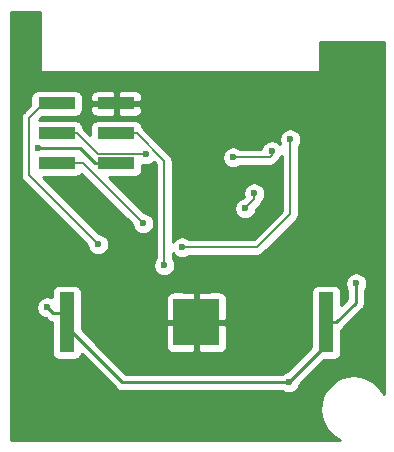
<source format=gbl>
G04 #@! TF.GenerationSoftware,KiCad,Pcbnew,(5.1.0)-1*
G04 #@! TF.CreationDate,2019-04-21T11:53:59-04:00*
G04 #@! TF.ProjectId,tpms_silencer,74706d73-5f73-4696-9c65-6e6365722e6b,rev?*
G04 #@! TF.SameCoordinates,Original*
G04 #@! TF.FileFunction,Copper,L2,Bot*
G04 #@! TF.FilePolarity,Positive*
%FSLAX46Y46*%
G04 Gerber Fmt 4.6, Leading zero omitted, Abs format (unit mm)*
G04 Created by KiCad (PCBNEW (5.1.0)-1) date 2019-04-21 11:53:59*
%MOMM*%
%LPD*%
G04 APERTURE LIST*
%ADD10C,0.500000*%
%ADD11R,1.270000X5.080000*%
%ADD12R,3.960000X3.960000*%
%ADD13R,3.150000X1.000000*%
%ADD14C,0.600000*%
%ADD15C,0.228600*%
%ADD16C,0.152400*%
%ADD17C,0.254000*%
G04 APERTURE END LIST*
D10*
X23756000Y-38328600D03*
X24956000Y-38328600D03*
D11*
X50292000Y-63754000D03*
X28322000Y-63754000D03*
D12*
X39307000Y-63754000D03*
D13*
X27462000Y-50292000D03*
X32512000Y-50292000D03*
X27462000Y-47752000D03*
X32512000Y-47752000D03*
X27462000Y-45212000D03*
X32512000Y-45212000D03*
D14*
X26670000Y-62484000D03*
X52832000Y-60452000D03*
X47117000Y-68834000D03*
X25908000Y-49022000D03*
X54102000Y-54864000D03*
X51816000Y-54864000D03*
X49530000Y-58420000D03*
X51816000Y-44450000D03*
X49530000Y-49784000D03*
X45847000Y-53086000D03*
X25908000Y-53594000D03*
X41656000Y-67564000D03*
X33274000Y-51816000D03*
X34798000Y-45466000D03*
X30226000Y-46482000D03*
X29210000Y-70612000D03*
X44958000Y-48514000D03*
X34798000Y-55372000D03*
X35052000Y-49530000D03*
X36576000Y-58928000D03*
X30988000Y-57150000D03*
X42418002Y-49784000D03*
X45688958Y-49254143D03*
X43434000Y-54102000D03*
X44196000Y-52832000D03*
X47244000Y-48260000D03*
X38100000Y-57404000D03*
D15*
X26670000Y-62484000D02*
X27178000Y-62992000D01*
X27178000Y-62992000D02*
X28194000Y-62992000D01*
X51155600Y-63754000D02*
X52832000Y-62077600D01*
X52832000Y-62077600D02*
X52832000Y-60452000D01*
X50292000Y-63754000D02*
X51155600Y-63754000D01*
X50292000Y-65659000D02*
X47117000Y-68834000D01*
X50292000Y-63754000D02*
X50292000Y-65659000D01*
X47117000Y-68834000D02*
X33020000Y-68834000D01*
X33020000Y-68834000D02*
X28194000Y-64008000D01*
X29438400Y-49022000D02*
X25908000Y-49022000D01*
X32512000Y-50292000D02*
X30708400Y-50292000D01*
X30708400Y-50292000D02*
X29438400Y-49022000D01*
X34544000Y-45212000D02*
X32512000Y-45212000D01*
X34798000Y-45466000D02*
X34544000Y-45212000D01*
D16*
X27462000Y-50292000D02*
X29718000Y-50292000D01*
X29718000Y-50292000D02*
X34798000Y-55372000D01*
X30967400Y-49530000D02*
X35052000Y-49530000D01*
X27462000Y-47752000D02*
X29189400Y-47752000D01*
X29189400Y-47752000D02*
X30967400Y-49530000D01*
X36576000Y-50088600D02*
X36576000Y-58928000D01*
X32512000Y-47752000D02*
X34239400Y-47752000D01*
X34239400Y-47752000D02*
X36576000Y-50088600D01*
X25146000Y-51308000D02*
X30988000Y-57150000D01*
X25146000Y-46453000D02*
X25146000Y-51308000D01*
X27462000Y-45212000D02*
X26387000Y-45212000D01*
X26387000Y-45212000D02*
X25146000Y-46453000D01*
X45518311Y-49784000D02*
X45688958Y-49613353D01*
X42418002Y-49784000D02*
X45518311Y-49784000D01*
X45688958Y-49613353D02*
X45688958Y-49254143D01*
X44196000Y-53340000D02*
X44196000Y-52832000D01*
X43434000Y-54102000D02*
X44196000Y-53340000D01*
X47244000Y-48260000D02*
X47244000Y-54610000D01*
X47244000Y-54610000D02*
X44450000Y-57404000D01*
X44450000Y-57404000D02*
X38100000Y-57404000D01*
D17*
G36*
X26035000Y-42418000D02*
G01*
X26037440Y-42442776D01*
X26044667Y-42466601D01*
X26056403Y-42488557D01*
X26072197Y-42507803D01*
X26091443Y-42523597D01*
X26113399Y-42535333D01*
X26137224Y-42542560D01*
X26162000Y-42545000D01*
X49657000Y-42545000D01*
X49681776Y-42542560D01*
X49705601Y-42535333D01*
X49727557Y-42523597D01*
X49746803Y-42507803D01*
X49762597Y-42488557D01*
X49774333Y-42466601D01*
X49781560Y-42442776D01*
X49784000Y-42418000D01*
X49784000Y-40005000D01*
X55145000Y-40005000D01*
X55145001Y-69778068D01*
X54961749Y-69455486D01*
X54597664Y-69033689D01*
X54158585Y-68690644D01*
X53661238Y-68439416D01*
X53124566Y-68289574D01*
X52569009Y-68246826D01*
X52015731Y-68312801D01*
X51485804Y-68484984D01*
X50999413Y-68756819D01*
X50575085Y-69117950D01*
X50228982Y-69554623D01*
X49974288Y-70050204D01*
X49820703Y-70585818D01*
X49774078Y-71141062D01*
X49836189Y-71694788D01*
X50004669Y-72225904D01*
X50273101Y-72714181D01*
X50631261Y-73141020D01*
X51065507Y-73490162D01*
X51442023Y-73687000D01*
X23595000Y-73687000D01*
X23595000Y-62391911D01*
X25735000Y-62391911D01*
X25735000Y-62576089D01*
X25770932Y-62756729D01*
X25841414Y-62926889D01*
X25943738Y-63080028D01*
X26073972Y-63210262D01*
X26227111Y-63312586D01*
X26397271Y-63383068D01*
X26537240Y-63410910D01*
X26622141Y-63495811D01*
X26645602Y-63524398D01*
X26759697Y-63618034D01*
X26889868Y-63687612D01*
X27031112Y-63730458D01*
X27048928Y-63732213D01*
X27048928Y-66294000D01*
X27061188Y-66418482D01*
X27097498Y-66538180D01*
X27156463Y-66648494D01*
X27235815Y-66745185D01*
X27332506Y-66824537D01*
X27442820Y-66883502D01*
X27562518Y-66919812D01*
X27687000Y-66932072D01*
X28957000Y-66932072D01*
X29081482Y-66919812D01*
X29201180Y-66883502D01*
X29311494Y-66824537D01*
X29408185Y-66745185D01*
X29487537Y-66648494D01*
X29546502Y-66538180D01*
X29573968Y-66447638D01*
X32464146Y-69337817D01*
X32487602Y-69366398D01*
X32516183Y-69389854D01*
X32516190Y-69389861D01*
X32596155Y-69455486D01*
X32601697Y-69460034D01*
X32731868Y-69529612D01*
X32873112Y-69572458D01*
X32983194Y-69583300D01*
X32983202Y-69583300D01*
X33020000Y-69586924D01*
X33056798Y-69583300D01*
X46555451Y-69583300D01*
X46674111Y-69662586D01*
X46844271Y-69733068D01*
X47024911Y-69769000D01*
X47209089Y-69769000D01*
X47389729Y-69733068D01*
X47559889Y-69662586D01*
X47713028Y-69560262D01*
X47843262Y-69430028D01*
X47945586Y-69276889D01*
X48016068Y-69106729D01*
X48043910Y-68966759D01*
X50078598Y-66932072D01*
X50927000Y-66932072D01*
X51051482Y-66919812D01*
X51171180Y-66883502D01*
X51281494Y-66824537D01*
X51378185Y-66745185D01*
X51457537Y-66648494D01*
X51516502Y-66538180D01*
X51552812Y-66418482D01*
X51565072Y-66294000D01*
X51565072Y-64384754D01*
X51573903Y-64380034D01*
X51687998Y-64286398D01*
X51711463Y-64257806D01*
X53335818Y-62633453D01*
X53364398Y-62609998D01*
X53387854Y-62581417D01*
X53387861Y-62581410D01*
X53458034Y-62495903D01*
X53527612Y-62365732D01*
X53570458Y-62224488D01*
X53571760Y-62211271D01*
X53581300Y-62114406D01*
X53581300Y-62114398D01*
X53584924Y-62077600D01*
X53581300Y-62040802D01*
X53581300Y-61013549D01*
X53660586Y-60894889D01*
X53731068Y-60724729D01*
X53767000Y-60544089D01*
X53767000Y-60359911D01*
X53731068Y-60179271D01*
X53660586Y-60009111D01*
X53558262Y-59855972D01*
X53428028Y-59725738D01*
X53274889Y-59623414D01*
X53104729Y-59552932D01*
X52924089Y-59517000D01*
X52739911Y-59517000D01*
X52559271Y-59552932D01*
X52389111Y-59623414D01*
X52235972Y-59725738D01*
X52105738Y-59855972D01*
X52003414Y-60009111D01*
X51932932Y-60179271D01*
X51897000Y-60359911D01*
X51897000Y-60544089D01*
X51932932Y-60724729D01*
X52003414Y-60894889D01*
X52082701Y-61013550D01*
X52082700Y-61767229D01*
X51565072Y-62284858D01*
X51565072Y-61214000D01*
X51552812Y-61089518D01*
X51516502Y-60969820D01*
X51457537Y-60859506D01*
X51378185Y-60762815D01*
X51281494Y-60683463D01*
X51171180Y-60624498D01*
X51051482Y-60588188D01*
X50927000Y-60575928D01*
X49657000Y-60575928D01*
X49532518Y-60588188D01*
X49412820Y-60624498D01*
X49302506Y-60683463D01*
X49205815Y-60762815D01*
X49126463Y-60859506D01*
X49067498Y-60969820D01*
X49031188Y-61089518D01*
X49018928Y-61214000D01*
X49018928Y-65872402D01*
X46984241Y-67907090D01*
X46844271Y-67934932D01*
X46674111Y-68005414D01*
X46555451Y-68084700D01*
X33330371Y-68084700D01*
X30979670Y-65734000D01*
X36688928Y-65734000D01*
X36701188Y-65858482D01*
X36737498Y-65978180D01*
X36796463Y-66088494D01*
X36875815Y-66185185D01*
X36972506Y-66264537D01*
X37082820Y-66323502D01*
X37202518Y-66359812D01*
X37327000Y-66372072D01*
X39021250Y-66369000D01*
X39180000Y-66210250D01*
X39180000Y-63881000D01*
X39434000Y-63881000D01*
X39434000Y-66210250D01*
X39592750Y-66369000D01*
X41287000Y-66372072D01*
X41411482Y-66359812D01*
X41531180Y-66323502D01*
X41641494Y-66264537D01*
X41738185Y-66185185D01*
X41817537Y-66088494D01*
X41876502Y-65978180D01*
X41912812Y-65858482D01*
X41925072Y-65734000D01*
X41922000Y-64039750D01*
X41763250Y-63881000D01*
X39434000Y-63881000D01*
X39180000Y-63881000D01*
X36850750Y-63881000D01*
X36692000Y-64039750D01*
X36688928Y-65734000D01*
X30979670Y-65734000D01*
X29595072Y-64349403D01*
X29595072Y-61774000D01*
X36688928Y-61774000D01*
X36692000Y-63468250D01*
X36850750Y-63627000D01*
X39180000Y-63627000D01*
X39180000Y-61297750D01*
X39434000Y-61297750D01*
X39434000Y-63627000D01*
X41763250Y-63627000D01*
X41922000Y-63468250D01*
X41925072Y-61774000D01*
X41912812Y-61649518D01*
X41876502Y-61529820D01*
X41817537Y-61419506D01*
X41738185Y-61322815D01*
X41641494Y-61243463D01*
X41531180Y-61184498D01*
X41411482Y-61148188D01*
X41287000Y-61135928D01*
X39592750Y-61139000D01*
X39434000Y-61297750D01*
X39180000Y-61297750D01*
X39021250Y-61139000D01*
X37327000Y-61135928D01*
X37202518Y-61148188D01*
X37082820Y-61184498D01*
X36972506Y-61243463D01*
X36875815Y-61322815D01*
X36796463Y-61419506D01*
X36737498Y-61529820D01*
X36701188Y-61649518D01*
X36688928Y-61774000D01*
X29595072Y-61774000D01*
X29595072Y-61214000D01*
X29582812Y-61089518D01*
X29546502Y-60969820D01*
X29487537Y-60859506D01*
X29408185Y-60762815D01*
X29311494Y-60683463D01*
X29201180Y-60624498D01*
X29081482Y-60588188D01*
X28957000Y-60575928D01*
X27687000Y-60575928D01*
X27562518Y-60588188D01*
X27442820Y-60624498D01*
X27332506Y-60683463D01*
X27235815Y-60762815D01*
X27156463Y-60859506D01*
X27097498Y-60969820D01*
X27061188Y-61089518D01*
X27048928Y-61214000D01*
X27048928Y-61628921D01*
X26942729Y-61584932D01*
X26762089Y-61549000D01*
X26577911Y-61549000D01*
X26397271Y-61584932D01*
X26227111Y-61655414D01*
X26073972Y-61757738D01*
X25943738Y-61887972D01*
X25841414Y-62041111D01*
X25770932Y-62211271D01*
X25735000Y-62391911D01*
X23595000Y-62391911D01*
X23595000Y-46453000D01*
X24431360Y-46453000D01*
X24434800Y-46487926D01*
X24434801Y-51273064D01*
X24431360Y-51308000D01*
X24434801Y-51342936D01*
X24445092Y-51447420D01*
X24485759Y-51581481D01*
X24551799Y-51705033D01*
X24640674Y-51813327D01*
X24667810Y-51835597D01*
X30053000Y-57220789D01*
X30053000Y-57242089D01*
X30088932Y-57422729D01*
X30159414Y-57592889D01*
X30261738Y-57746028D01*
X30391972Y-57876262D01*
X30545111Y-57978586D01*
X30715271Y-58049068D01*
X30895911Y-58085000D01*
X31080089Y-58085000D01*
X31260729Y-58049068D01*
X31430889Y-57978586D01*
X31584028Y-57876262D01*
X31714262Y-57746028D01*
X31816586Y-57592889D01*
X31887068Y-57422729D01*
X31923000Y-57242089D01*
X31923000Y-57057911D01*
X31887068Y-56877271D01*
X31816586Y-56707111D01*
X31714262Y-56553972D01*
X31584028Y-56423738D01*
X31430889Y-56321414D01*
X31260729Y-56250932D01*
X31080089Y-56215000D01*
X31058789Y-56215000D01*
X26273859Y-51430072D01*
X29037000Y-51430072D01*
X29161482Y-51417812D01*
X29281180Y-51381502D01*
X29391494Y-51322537D01*
X29488185Y-51243185D01*
X29567163Y-51146950D01*
X33863000Y-55442788D01*
X33863000Y-55464089D01*
X33898932Y-55644729D01*
X33969414Y-55814889D01*
X34071738Y-55968028D01*
X34201972Y-56098262D01*
X34355111Y-56200586D01*
X34525271Y-56271068D01*
X34705911Y-56307000D01*
X34890089Y-56307000D01*
X35070729Y-56271068D01*
X35240889Y-56200586D01*
X35394028Y-56098262D01*
X35524262Y-55968028D01*
X35626586Y-55814889D01*
X35697068Y-55644729D01*
X35733000Y-55464089D01*
X35733000Y-55279911D01*
X35697068Y-55099271D01*
X35626586Y-54929111D01*
X35524262Y-54775972D01*
X35394028Y-54645738D01*
X35240889Y-54543414D01*
X35070729Y-54472932D01*
X34890089Y-54437000D01*
X34868788Y-54437000D01*
X31861859Y-51430072D01*
X34087000Y-51430072D01*
X34211482Y-51417812D01*
X34331180Y-51381502D01*
X34441494Y-51322537D01*
X34538185Y-51243185D01*
X34617537Y-51146494D01*
X34676502Y-51036180D01*
X34712812Y-50916482D01*
X34725072Y-50792000D01*
X34725072Y-50406618D01*
X34779271Y-50429068D01*
X34959911Y-50465000D01*
X35144089Y-50465000D01*
X35324729Y-50429068D01*
X35494889Y-50358586D01*
X35648028Y-50256262D01*
X35692951Y-50211339D01*
X35864800Y-50383189D01*
X35864801Y-58316909D01*
X35849738Y-58331972D01*
X35747414Y-58485111D01*
X35676932Y-58655271D01*
X35641000Y-58835911D01*
X35641000Y-59020089D01*
X35676932Y-59200729D01*
X35747414Y-59370889D01*
X35849738Y-59524028D01*
X35979972Y-59654262D01*
X36133111Y-59756586D01*
X36303271Y-59827068D01*
X36483911Y-59863000D01*
X36668089Y-59863000D01*
X36848729Y-59827068D01*
X37018889Y-59756586D01*
X37172028Y-59654262D01*
X37302262Y-59524028D01*
X37404586Y-59370889D01*
X37475068Y-59200729D01*
X37511000Y-59020089D01*
X37511000Y-58835911D01*
X37475068Y-58655271D01*
X37404586Y-58485111D01*
X37302262Y-58331972D01*
X37287200Y-58316910D01*
X37287200Y-57870514D01*
X37373738Y-58000028D01*
X37503972Y-58130262D01*
X37657111Y-58232586D01*
X37827271Y-58303068D01*
X38007911Y-58339000D01*
X38192089Y-58339000D01*
X38372729Y-58303068D01*
X38542889Y-58232586D01*
X38696028Y-58130262D01*
X38711090Y-58115200D01*
X44415074Y-58115200D01*
X44450000Y-58118640D01*
X44484926Y-58115200D01*
X44484936Y-58115200D01*
X44589420Y-58104909D01*
X44723481Y-58064242D01*
X44847033Y-57998202D01*
X44955327Y-57909327D01*
X44977602Y-57882185D01*
X47722196Y-55137593D01*
X47749327Y-55115327D01*
X47771593Y-55088196D01*
X47771598Y-55088191D01*
X47838202Y-55007033D01*
X47904242Y-54883482D01*
X47944909Y-54749420D01*
X47955200Y-54644936D01*
X47955200Y-54644929D01*
X47958640Y-54610000D01*
X47955200Y-54575072D01*
X47955200Y-48871090D01*
X47970262Y-48856028D01*
X48072586Y-48702889D01*
X48143068Y-48532729D01*
X48179000Y-48352089D01*
X48179000Y-48167911D01*
X48143068Y-47987271D01*
X48072586Y-47817111D01*
X47970262Y-47663972D01*
X47840028Y-47533738D01*
X47686889Y-47431414D01*
X47516729Y-47360932D01*
X47336089Y-47325000D01*
X47151911Y-47325000D01*
X46971271Y-47360932D01*
X46801111Y-47431414D01*
X46647972Y-47533738D01*
X46517738Y-47663972D01*
X46415414Y-47817111D01*
X46344932Y-47987271D01*
X46309000Y-48167911D01*
X46309000Y-48352089D01*
X46344932Y-48532729D01*
X46383892Y-48626787D01*
X46284986Y-48527881D01*
X46131847Y-48425557D01*
X45961687Y-48355075D01*
X45781047Y-48319143D01*
X45596869Y-48319143D01*
X45416229Y-48355075D01*
X45246069Y-48425557D01*
X45092930Y-48527881D01*
X44962696Y-48658115D01*
X44860372Y-48811254D01*
X44789890Y-48981414D01*
X44771712Y-49072800D01*
X43029092Y-49072800D01*
X43014030Y-49057738D01*
X42860891Y-48955414D01*
X42690731Y-48884932D01*
X42510091Y-48849000D01*
X42325913Y-48849000D01*
X42145273Y-48884932D01*
X41975113Y-48955414D01*
X41821974Y-49057738D01*
X41691740Y-49187972D01*
X41589416Y-49341111D01*
X41518934Y-49511271D01*
X41483002Y-49691911D01*
X41483002Y-49876089D01*
X41518934Y-50056729D01*
X41589416Y-50226889D01*
X41691740Y-50380028D01*
X41821974Y-50510262D01*
X41975113Y-50612586D01*
X42145273Y-50683068D01*
X42325913Y-50719000D01*
X42510091Y-50719000D01*
X42690731Y-50683068D01*
X42860891Y-50612586D01*
X43014030Y-50510262D01*
X43029092Y-50495200D01*
X45483385Y-50495200D01*
X45518311Y-50498640D01*
X45553237Y-50495200D01*
X45553247Y-50495200D01*
X45657731Y-50484909D01*
X45791792Y-50444242D01*
X45915344Y-50378202D01*
X46023638Y-50289327D01*
X46045912Y-50262186D01*
X46167152Y-50140947D01*
X46194284Y-50118680D01*
X46216551Y-50091548D01*
X46216555Y-50091544D01*
X46276485Y-50018519D01*
X46283160Y-50010386D01*
X46315490Y-49949901D01*
X46415220Y-49850171D01*
X46517544Y-49697032D01*
X46532800Y-49660200D01*
X46532801Y-54315410D01*
X44155413Y-56692800D01*
X38711090Y-56692800D01*
X38696028Y-56677738D01*
X38542889Y-56575414D01*
X38372729Y-56504932D01*
X38192089Y-56469000D01*
X38007911Y-56469000D01*
X37827271Y-56504932D01*
X37657111Y-56575414D01*
X37503972Y-56677738D01*
X37373738Y-56807972D01*
X37287200Y-56937486D01*
X37287200Y-54009911D01*
X42499000Y-54009911D01*
X42499000Y-54194089D01*
X42534932Y-54374729D01*
X42605414Y-54544889D01*
X42707738Y-54698028D01*
X42837972Y-54828262D01*
X42991111Y-54930586D01*
X43161271Y-55001068D01*
X43341911Y-55037000D01*
X43526089Y-55037000D01*
X43706729Y-55001068D01*
X43876889Y-54930586D01*
X44030028Y-54828262D01*
X44160262Y-54698028D01*
X44262586Y-54544889D01*
X44333068Y-54374729D01*
X44369000Y-54194089D01*
X44369000Y-54172788D01*
X44674200Y-53867589D01*
X44701326Y-53845327D01*
X44723588Y-53818201D01*
X44723598Y-53818191D01*
X44790202Y-53737033D01*
X44856242Y-53613482D01*
X44896909Y-53479420D01*
X44896909Y-53479419D01*
X44899754Y-53450536D01*
X44922262Y-53428028D01*
X45024586Y-53274889D01*
X45095068Y-53104729D01*
X45131000Y-52924089D01*
X45131000Y-52739911D01*
X45095068Y-52559271D01*
X45024586Y-52389111D01*
X44922262Y-52235972D01*
X44792028Y-52105738D01*
X44638889Y-52003414D01*
X44468729Y-51932932D01*
X44288089Y-51897000D01*
X44103911Y-51897000D01*
X43923271Y-51932932D01*
X43753111Y-52003414D01*
X43599972Y-52105738D01*
X43469738Y-52235972D01*
X43367414Y-52389111D01*
X43296932Y-52559271D01*
X43261000Y-52739911D01*
X43261000Y-52924089D01*
X43296932Y-53104729D01*
X43324186Y-53170526D01*
X43161271Y-53202932D01*
X42991111Y-53273414D01*
X42837972Y-53375738D01*
X42707738Y-53505972D01*
X42605414Y-53659111D01*
X42534932Y-53829271D01*
X42499000Y-54009911D01*
X37287200Y-54009911D01*
X37287200Y-50123525D01*
X37290640Y-50088599D01*
X37287200Y-50053673D01*
X37287200Y-50053664D01*
X37276909Y-49949180D01*
X37236242Y-49815119D01*
X37170202Y-49691567D01*
X37103597Y-49610408D01*
X37103588Y-49610399D01*
X37081326Y-49583273D01*
X37054201Y-49561012D01*
X34767002Y-47273815D01*
X34744727Y-47246673D01*
X34722773Y-47228656D01*
X34712812Y-47127518D01*
X34676502Y-47007820D01*
X34617537Y-46897506D01*
X34538185Y-46800815D01*
X34441494Y-46721463D01*
X34331180Y-46662498D01*
X34211482Y-46626188D01*
X34087000Y-46613928D01*
X30937000Y-46613928D01*
X30812518Y-46626188D01*
X30692820Y-46662498D01*
X30582506Y-46721463D01*
X30485815Y-46800815D01*
X30406463Y-46897506D01*
X30347498Y-47007820D01*
X30311188Y-47127518D01*
X30298928Y-47252000D01*
X30298928Y-47855740D01*
X29717002Y-47273815D01*
X29694727Y-47246673D01*
X29672773Y-47228656D01*
X29662812Y-47127518D01*
X29626502Y-47007820D01*
X29567537Y-46897506D01*
X29488185Y-46800815D01*
X29391494Y-46721463D01*
X29281180Y-46662498D01*
X29161482Y-46626188D01*
X29037000Y-46613928D01*
X25990859Y-46613928D01*
X26254715Y-46350072D01*
X29037000Y-46350072D01*
X29161482Y-46337812D01*
X29281180Y-46301502D01*
X29391494Y-46242537D01*
X29488185Y-46163185D01*
X29567537Y-46066494D01*
X29626502Y-45956180D01*
X29662812Y-45836482D01*
X29675072Y-45712000D01*
X30298928Y-45712000D01*
X30311188Y-45836482D01*
X30347498Y-45956180D01*
X30406463Y-46066494D01*
X30485815Y-46163185D01*
X30582506Y-46242537D01*
X30692820Y-46301502D01*
X30812518Y-46337812D01*
X30937000Y-46350072D01*
X32226250Y-46347000D01*
X32385000Y-46188250D01*
X32385000Y-45339000D01*
X32639000Y-45339000D01*
X32639000Y-46188250D01*
X32797750Y-46347000D01*
X34087000Y-46350072D01*
X34211482Y-46337812D01*
X34331180Y-46301502D01*
X34441494Y-46242537D01*
X34538185Y-46163185D01*
X34617537Y-46066494D01*
X34676502Y-45956180D01*
X34712812Y-45836482D01*
X34725072Y-45712000D01*
X34722000Y-45497750D01*
X34563250Y-45339000D01*
X32639000Y-45339000D01*
X32385000Y-45339000D01*
X30460750Y-45339000D01*
X30302000Y-45497750D01*
X30298928Y-45712000D01*
X29675072Y-45712000D01*
X29675072Y-44712000D01*
X30298928Y-44712000D01*
X30302000Y-44926250D01*
X30460750Y-45085000D01*
X32385000Y-45085000D01*
X32385000Y-44235750D01*
X32639000Y-44235750D01*
X32639000Y-45085000D01*
X34563250Y-45085000D01*
X34722000Y-44926250D01*
X34725072Y-44712000D01*
X34712812Y-44587518D01*
X34676502Y-44467820D01*
X34617537Y-44357506D01*
X34538185Y-44260815D01*
X34441494Y-44181463D01*
X34331180Y-44122498D01*
X34211482Y-44086188D01*
X34087000Y-44073928D01*
X32797750Y-44077000D01*
X32639000Y-44235750D01*
X32385000Y-44235750D01*
X32226250Y-44077000D01*
X30937000Y-44073928D01*
X30812518Y-44086188D01*
X30692820Y-44122498D01*
X30582506Y-44181463D01*
X30485815Y-44260815D01*
X30406463Y-44357506D01*
X30347498Y-44467820D01*
X30311188Y-44587518D01*
X30298928Y-44712000D01*
X29675072Y-44712000D01*
X29662812Y-44587518D01*
X29626502Y-44467820D01*
X29567537Y-44357506D01*
X29488185Y-44260815D01*
X29391494Y-44181463D01*
X29281180Y-44122498D01*
X29161482Y-44086188D01*
X29037000Y-44073928D01*
X25887000Y-44073928D01*
X25762518Y-44086188D01*
X25642820Y-44122498D01*
X25532506Y-44181463D01*
X25435815Y-44260815D01*
X25356463Y-44357506D01*
X25297498Y-44467820D01*
X25261188Y-44587518D01*
X25248928Y-44712000D01*
X25248928Y-45344285D01*
X24667810Y-45925403D01*
X24640673Y-45947674D01*
X24551798Y-46055968D01*
X24485758Y-46179520D01*
X24445091Y-46313581D01*
X24434800Y-46418065D01*
X24434800Y-46418074D01*
X24431360Y-46453000D01*
X23595000Y-46453000D01*
X23595000Y-37465000D01*
X26035000Y-37465000D01*
X26035000Y-42418000D01*
X26035000Y-42418000D01*
G37*
X26035000Y-42418000D02*
X26037440Y-42442776D01*
X26044667Y-42466601D01*
X26056403Y-42488557D01*
X26072197Y-42507803D01*
X26091443Y-42523597D01*
X26113399Y-42535333D01*
X26137224Y-42542560D01*
X26162000Y-42545000D01*
X49657000Y-42545000D01*
X49681776Y-42542560D01*
X49705601Y-42535333D01*
X49727557Y-42523597D01*
X49746803Y-42507803D01*
X49762597Y-42488557D01*
X49774333Y-42466601D01*
X49781560Y-42442776D01*
X49784000Y-42418000D01*
X49784000Y-40005000D01*
X55145000Y-40005000D01*
X55145001Y-69778068D01*
X54961749Y-69455486D01*
X54597664Y-69033689D01*
X54158585Y-68690644D01*
X53661238Y-68439416D01*
X53124566Y-68289574D01*
X52569009Y-68246826D01*
X52015731Y-68312801D01*
X51485804Y-68484984D01*
X50999413Y-68756819D01*
X50575085Y-69117950D01*
X50228982Y-69554623D01*
X49974288Y-70050204D01*
X49820703Y-70585818D01*
X49774078Y-71141062D01*
X49836189Y-71694788D01*
X50004669Y-72225904D01*
X50273101Y-72714181D01*
X50631261Y-73141020D01*
X51065507Y-73490162D01*
X51442023Y-73687000D01*
X23595000Y-73687000D01*
X23595000Y-62391911D01*
X25735000Y-62391911D01*
X25735000Y-62576089D01*
X25770932Y-62756729D01*
X25841414Y-62926889D01*
X25943738Y-63080028D01*
X26073972Y-63210262D01*
X26227111Y-63312586D01*
X26397271Y-63383068D01*
X26537240Y-63410910D01*
X26622141Y-63495811D01*
X26645602Y-63524398D01*
X26759697Y-63618034D01*
X26889868Y-63687612D01*
X27031112Y-63730458D01*
X27048928Y-63732213D01*
X27048928Y-66294000D01*
X27061188Y-66418482D01*
X27097498Y-66538180D01*
X27156463Y-66648494D01*
X27235815Y-66745185D01*
X27332506Y-66824537D01*
X27442820Y-66883502D01*
X27562518Y-66919812D01*
X27687000Y-66932072D01*
X28957000Y-66932072D01*
X29081482Y-66919812D01*
X29201180Y-66883502D01*
X29311494Y-66824537D01*
X29408185Y-66745185D01*
X29487537Y-66648494D01*
X29546502Y-66538180D01*
X29573968Y-66447638D01*
X32464146Y-69337817D01*
X32487602Y-69366398D01*
X32516183Y-69389854D01*
X32516190Y-69389861D01*
X32596155Y-69455486D01*
X32601697Y-69460034D01*
X32731868Y-69529612D01*
X32873112Y-69572458D01*
X32983194Y-69583300D01*
X32983202Y-69583300D01*
X33020000Y-69586924D01*
X33056798Y-69583300D01*
X46555451Y-69583300D01*
X46674111Y-69662586D01*
X46844271Y-69733068D01*
X47024911Y-69769000D01*
X47209089Y-69769000D01*
X47389729Y-69733068D01*
X47559889Y-69662586D01*
X47713028Y-69560262D01*
X47843262Y-69430028D01*
X47945586Y-69276889D01*
X48016068Y-69106729D01*
X48043910Y-68966759D01*
X50078598Y-66932072D01*
X50927000Y-66932072D01*
X51051482Y-66919812D01*
X51171180Y-66883502D01*
X51281494Y-66824537D01*
X51378185Y-66745185D01*
X51457537Y-66648494D01*
X51516502Y-66538180D01*
X51552812Y-66418482D01*
X51565072Y-66294000D01*
X51565072Y-64384754D01*
X51573903Y-64380034D01*
X51687998Y-64286398D01*
X51711463Y-64257806D01*
X53335818Y-62633453D01*
X53364398Y-62609998D01*
X53387854Y-62581417D01*
X53387861Y-62581410D01*
X53458034Y-62495903D01*
X53527612Y-62365732D01*
X53570458Y-62224488D01*
X53571760Y-62211271D01*
X53581300Y-62114406D01*
X53581300Y-62114398D01*
X53584924Y-62077600D01*
X53581300Y-62040802D01*
X53581300Y-61013549D01*
X53660586Y-60894889D01*
X53731068Y-60724729D01*
X53767000Y-60544089D01*
X53767000Y-60359911D01*
X53731068Y-60179271D01*
X53660586Y-60009111D01*
X53558262Y-59855972D01*
X53428028Y-59725738D01*
X53274889Y-59623414D01*
X53104729Y-59552932D01*
X52924089Y-59517000D01*
X52739911Y-59517000D01*
X52559271Y-59552932D01*
X52389111Y-59623414D01*
X52235972Y-59725738D01*
X52105738Y-59855972D01*
X52003414Y-60009111D01*
X51932932Y-60179271D01*
X51897000Y-60359911D01*
X51897000Y-60544089D01*
X51932932Y-60724729D01*
X52003414Y-60894889D01*
X52082701Y-61013550D01*
X52082700Y-61767229D01*
X51565072Y-62284858D01*
X51565072Y-61214000D01*
X51552812Y-61089518D01*
X51516502Y-60969820D01*
X51457537Y-60859506D01*
X51378185Y-60762815D01*
X51281494Y-60683463D01*
X51171180Y-60624498D01*
X51051482Y-60588188D01*
X50927000Y-60575928D01*
X49657000Y-60575928D01*
X49532518Y-60588188D01*
X49412820Y-60624498D01*
X49302506Y-60683463D01*
X49205815Y-60762815D01*
X49126463Y-60859506D01*
X49067498Y-60969820D01*
X49031188Y-61089518D01*
X49018928Y-61214000D01*
X49018928Y-65872402D01*
X46984241Y-67907090D01*
X46844271Y-67934932D01*
X46674111Y-68005414D01*
X46555451Y-68084700D01*
X33330371Y-68084700D01*
X30979670Y-65734000D01*
X36688928Y-65734000D01*
X36701188Y-65858482D01*
X36737498Y-65978180D01*
X36796463Y-66088494D01*
X36875815Y-66185185D01*
X36972506Y-66264537D01*
X37082820Y-66323502D01*
X37202518Y-66359812D01*
X37327000Y-66372072D01*
X39021250Y-66369000D01*
X39180000Y-66210250D01*
X39180000Y-63881000D01*
X39434000Y-63881000D01*
X39434000Y-66210250D01*
X39592750Y-66369000D01*
X41287000Y-66372072D01*
X41411482Y-66359812D01*
X41531180Y-66323502D01*
X41641494Y-66264537D01*
X41738185Y-66185185D01*
X41817537Y-66088494D01*
X41876502Y-65978180D01*
X41912812Y-65858482D01*
X41925072Y-65734000D01*
X41922000Y-64039750D01*
X41763250Y-63881000D01*
X39434000Y-63881000D01*
X39180000Y-63881000D01*
X36850750Y-63881000D01*
X36692000Y-64039750D01*
X36688928Y-65734000D01*
X30979670Y-65734000D01*
X29595072Y-64349403D01*
X29595072Y-61774000D01*
X36688928Y-61774000D01*
X36692000Y-63468250D01*
X36850750Y-63627000D01*
X39180000Y-63627000D01*
X39180000Y-61297750D01*
X39434000Y-61297750D01*
X39434000Y-63627000D01*
X41763250Y-63627000D01*
X41922000Y-63468250D01*
X41925072Y-61774000D01*
X41912812Y-61649518D01*
X41876502Y-61529820D01*
X41817537Y-61419506D01*
X41738185Y-61322815D01*
X41641494Y-61243463D01*
X41531180Y-61184498D01*
X41411482Y-61148188D01*
X41287000Y-61135928D01*
X39592750Y-61139000D01*
X39434000Y-61297750D01*
X39180000Y-61297750D01*
X39021250Y-61139000D01*
X37327000Y-61135928D01*
X37202518Y-61148188D01*
X37082820Y-61184498D01*
X36972506Y-61243463D01*
X36875815Y-61322815D01*
X36796463Y-61419506D01*
X36737498Y-61529820D01*
X36701188Y-61649518D01*
X36688928Y-61774000D01*
X29595072Y-61774000D01*
X29595072Y-61214000D01*
X29582812Y-61089518D01*
X29546502Y-60969820D01*
X29487537Y-60859506D01*
X29408185Y-60762815D01*
X29311494Y-60683463D01*
X29201180Y-60624498D01*
X29081482Y-60588188D01*
X28957000Y-60575928D01*
X27687000Y-60575928D01*
X27562518Y-60588188D01*
X27442820Y-60624498D01*
X27332506Y-60683463D01*
X27235815Y-60762815D01*
X27156463Y-60859506D01*
X27097498Y-60969820D01*
X27061188Y-61089518D01*
X27048928Y-61214000D01*
X27048928Y-61628921D01*
X26942729Y-61584932D01*
X26762089Y-61549000D01*
X26577911Y-61549000D01*
X26397271Y-61584932D01*
X26227111Y-61655414D01*
X26073972Y-61757738D01*
X25943738Y-61887972D01*
X25841414Y-62041111D01*
X25770932Y-62211271D01*
X25735000Y-62391911D01*
X23595000Y-62391911D01*
X23595000Y-46453000D01*
X24431360Y-46453000D01*
X24434800Y-46487926D01*
X24434801Y-51273064D01*
X24431360Y-51308000D01*
X24434801Y-51342936D01*
X24445092Y-51447420D01*
X24485759Y-51581481D01*
X24551799Y-51705033D01*
X24640674Y-51813327D01*
X24667810Y-51835597D01*
X30053000Y-57220789D01*
X30053000Y-57242089D01*
X30088932Y-57422729D01*
X30159414Y-57592889D01*
X30261738Y-57746028D01*
X30391972Y-57876262D01*
X30545111Y-57978586D01*
X30715271Y-58049068D01*
X30895911Y-58085000D01*
X31080089Y-58085000D01*
X31260729Y-58049068D01*
X31430889Y-57978586D01*
X31584028Y-57876262D01*
X31714262Y-57746028D01*
X31816586Y-57592889D01*
X31887068Y-57422729D01*
X31923000Y-57242089D01*
X31923000Y-57057911D01*
X31887068Y-56877271D01*
X31816586Y-56707111D01*
X31714262Y-56553972D01*
X31584028Y-56423738D01*
X31430889Y-56321414D01*
X31260729Y-56250932D01*
X31080089Y-56215000D01*
X31058789Y-56215000D01*
X26273859Y-51430072D01*
X29037000Y-51430072D01*
X29161482Y-51417812D01*
X29281180Y-51381502D01*
X29391494Y-51322537D01*
X29488185Y-51243185D01*
X29567163Y-51146950D01*
X33863000Y-55442788D01*
X33863000Y-55464089D01*
X33898932Y-55644729D01*
X33969414Y-55814889D01*
X34071738Y-55968028D01*
X34201972Y-56098262D01*
X34355111Y-56200586D01*
X34525271Y-56271068D01*
X34705911Y-56307000D01*
X34890089Y-56307000D01*
X35070729Y-56271068D01*
X35240889Y-56200586D01*
X35394028Y-56098262D01*
X35524262Y-55968028D01*
X35626586Y-55814889D01*
X35697068Y-55644729D01*
X35733000Y-55464089D01*
X35733000Y-55279911D01*
X35697068Y-55099271D01*
X35626586Y-54929111D01*
X35524262Y-54775972D01*
X35394028Y-54645738D01*
X35240889Y-54543414D01*
X35070729Y-54472932D01*
X34890089Y-54437000D01*
X34868788Y-54437000D01*
X31861859Y-51430072D01*
X34087000Y-51430072D01*
X34211482Y-51417812D01*
X34331180Y-51381502D01*
X34441494Y-51322537D01*
X34538185Y-51243185D01*
X34617537Y-51146494D01*
X34676502Y-51036180D01*
X34712812Y-50916482D01*
X34725072Y-50792000D01*
X34725072Y-50406618D01*
X34779271Y-50429068D01*
X34959911Y-50465000D01*
X35144089Y-50465000D01*
X35324729Y-50429068D01*
X35494889Y-50358586D01*
X35648028Y-50256262D01*
X35692951Y-50211339D01*
X35864800Y-50383189D01*
X35864801Y-58316909D01*
X35849738Y-58331972D01*
X35747414Y-58485111D01*
X35676932Y-58655271D01*
X35641000Y-58835911D01*
X35641000Y-59020089D01*
X35676932Y-59200729D01*
X35747414Y-59370889D01*
X35849738Y-59524028D01*
X35979972Y-59654262D01*
X36133111Y-59756586D01*
X36303271Y-59827068D01*
X36483911Y-59863000D01*
X36668089Y-59863000D01*
X36848729Y-59827068D01*
X37018889Y-59756586D01*
X37172028Y-59654262D01*
X37302262Y-59524028D01*
X37404586Y-59370889D01*
X37475068Y-59200729D01*
X37511000Y-59020089D01*
X37511000Y-58835911D01*
X37475068Y-58655271D01*
X37404586Y-58485111D01*
X37302262Y-58331972D01*
X37287200Y-58316910D01*
X37287200Y-57870514D01*
X37373738Y-58000028D01*
X37503972Y-58130262D01*
X37657111Y-58232586D01*
X37827271Y-58303068D01*
X38007911Y-58339000D01*
X38192089Y-58339000D01*
X38372729Y-58303068D01*
X38542889Y-58232586D01*
X38696028Y-58130262D01*
X38711090Y-58115200D01*
X44415074Y-58115200D01*
X44450000Y-58118640D01*
X44484926Y-58115200D01*
X44484936Y-58115200D01*
X44589420Y-58104909D01*
X44723481Y-58064242D01*
X44847033Y-57998202D01*
X44955327Y-57909327D01*
X44977602Y-57882185D01*
X47722196Y-55137593D01*
X47749327Y-55115327D01*
X47771593Y-55088196D01*
X47771598Y-55088191D01*
X47838202Y-55007033D01*
X47904242Y-54883482D01*
X47944909Y-54749420D01*
X47955200Y-54644936D01*
X47955200Y-54644929D01*
X47958640Y-54610000D01*
X47955200Y-54575072D01*
X47955200Y-48871090D01*
X47970262Y-48856028D01*
X48072586Y-48702889D01*
X48143068Y-48532729D01*
X48179000Y-48352089D01*
X48179000Y-48167911D01*
X48143068Y-47987271D01*
X48072586Y-47817111D01*
X47970262Y-47663972D01*
X47840028Y-47533738D01*
X47686889Y-47431414D01*
X47516729Y-47360932D01*
X47336089Y-47325000D01*
X47151911Y-47325000D01*
X46971271Y-47360932D01*
X46801111Y-47431414D01*
X46647972Y-47533738D01*
X46517738Y-47663972D01*
X46415414Y-47817111D01*
X46344932Y-47987271D01*
X46309000Y-48167911D01*
X46309000Y-48352089D01*
X46344932Y-48532729D01*
X46383892Y-48626787D01*
X46284986Y-48527881D01*
X46131847Y-48425557D01*
X45961687Y-48355075D01*
X45781047Y-48319143D01*
X45596869Y-48319143D01*
X45416229Y-48355075D01*
X45246069Y-48425557D01*
X45092930Y-48527881D01*
X44962696Y-48658115D01*
X44860372Y-48811254D01*
X44789890Y-48981414D01*
X44771712Y-49072800D01*
X43029092Y-49072800D01*
X43014030Y-49057738D01*
X42860891Y-48955414D01*
X42690731Y-48884932D01*
X42510091Y-48849000D01*
X42325913Y-48849000D01*
X42145273Y-48884932D01*
X41975113Y-48955414D01*
X41821974Y-49057738D01*
X41691740Y-49187972D01*
X41589416Y-49341111D01*
X41518934Y-49511271D01*
X41483002Y-49691911D01*
X41483002Y-49876089D01*
X41518934Y-50056729D01*
X41589416Y-50226889D01*
X41691740Y-50380028D01*
X41821974Y-50510262D01*
X41975113Y-50612586D01*
X42145273Y-50683068D01*
X42325913Y-50719000D01*
X42510091Y-50719000D01*
X42690731Y-50683068D01*
X42860891Y-50612586D01*
X43014030Y-50510262D01*
X43029092Y-50495200D01*
X45483385Y-50495200D01*
X45518311Y-50498640D01*
X45553237Y-50495200D01*
X45553247Y-50495200D01*
X45657731Y-50484909D01*
X45791792Y-50444242D01*
X45915344Y-50378202D01*
X46023638Y-50289327D01*
X46045912Y-50262186D01*
X46167152Y-50140947D01*
X46194284Y-50118680D01*
X46216551Y-50091548D01*
X46216555Y-50091544D01*
X46276485Y-50018519D01*
X46283160Y-50010386D01*
X46315490Y-49949901D01*
X46415220Y-49850171D01*
X46517544Y-49697032D01*
X46532800Y-49660200D01*
X46532801Y-54315410D01*
X44155413Y-56692800D01*
X38711090Y-56692800D01*
X38696028Y-56677738D01*
X38542889Y-56575414D01*
X38372729Y-56504932D01*
X38192089Y-56469000D01*
X38007911Y-56469000D01*
X37827271Y-56504932D01*
X37657111Y-56575414D01*
X37503972Y-56677738D01*
X37373738Y-56807972D01*
X37287200Y-56937486D01*
X37287200Y-54009911D01*
X42499000Y-54009911D01*
X42499000Y-54194089D01*
X42534932Y-54374729D01*
X42605414Y-54544889D01*
X42707738Y-54698028D01*
X42837972Y-54828262D01*
X42991111Y-54930586D01*
X43161271Y-55001068D01*
X43341911Y-55037000D01*
X43526089Y-55037000D01*
X43706729Y-55001068D01*
X43876889Y-54930586D01*
X44030028Y-54828262D01*
X44160262Y-54698028D01*
X44262586Y-54544889D01*
X44333068Y-54374729D01*
X44369000Y-54194089D01*
X44369000Y-54172788D01*
X44674200Y-53867589D01*
X44701326Y-53845327D01*
X44723588Y-53818201D01*
X44723598Y-53818191D01*
X44790202Y-53737033D01*
X44856242Y-53613482D01*
X44896909Y-53479420D01*
X44896909Y-53479419D01*
X44899754Y-53450536D01*
X44922262Y-53428028D01*
X45024586Y-53274889D01*
X45095068Y-53104729D01*
X45131000Y-52924089D01*
X45131000Y-52739911D01*
X45095068Y-52559271D01*
X45024586Y-52389111D01*
X44922262Y-52235972D01*
X44792028Y-52105738D01*
X44638889Y-52003414D01*
X44468729Y-51932932D01*
X44288089Y-51897000D01*
X44103911Y-51897000D01*
X43923271Y-51932932D01*
X43753111Y-52003414D01*
X43599972Y-52105738D01*
X43469738Y-52235972D01*
X43367414Y-52389111D01*
X43296932Y-52559271D01*
X43261000Y-52739911D01*
X43261000Y-52924089D01*
X43296932Y-53104729D01*
X43324186Y-53170526D01*
X43161271Y-53202932D01*
X42991111Y-53273414D01*
X42837972Y-53375738D01*
X42707738Y-53505972D01*
X42605414Y-53659111D01*
X42534932Y-53829271D01*
X42499000Y-54009911D01*
X37287200Y-54009911D01*
X37287200Y-50123525D01*
X37290640Y-50088599D01*
X37287200Y-50053673D01*
X37287200Y-50053664D01*
X37276909Y-49949180D01*
X37236242Y-49815119D01*
X37170202Y-49691567D01*
X37103597Y-49610408D01*
X37103588Y-49610399D01*
X37081326Y-49583273D01*
X37054201Y-49561012D01*
X34767002Y-47273815D01*
X34744727Y-47246673D01*
X34722773Y-47228656D01*
X34712812Y-47127518D01*
X34676502Y-47007820D01*
X34617537Y-46897506D01*
X34538185Y-46800815D01*
X34441494Y-46721463D01*
X34331180Y-46662498D01*
X34211482Y-46626188D01*
X34087000Y-46613928D01*
X30937000Y-46613928D01*
X30812518Y-46626188D01*
X30692820Y-46662498D01*
X30582506Y-46721463D01*
X30485815Y-46800815D01*
X30406463Y-46897506D01*
X30347498Y-47007820D01*
X30311188Y-47127518D01*
X30298928Y-47252000D01*
X30298928Y-47855740D01*
X29717002Y-47273815D01*
X29694727Y-47246673D01*
X29672773Y-47228656D01*
X29662812Y-47127518D01*
X29626502Y-47007820D01*
X29567537Y-46897506D01*
X29488185Y-46800815D01*
X29391494Y-46721463D01*
X29281180Y-46662498D01*
X29161482Y-46626188D01*
X29037000Y-46613928D01*
X25990859Y-46613928D01*
X26254715Y-46350072D01*
X29037000Y-46350072D01*
X29161482Y-46337812D01*
X29281180Y-46301502D01*
X29391494Y-46242537D01*
X29488185Y-46163185D01*
X29567537Y-46066494D01*
X29626502Y-45956180D01*
X29662812Y-45836482D01*
X29675072Y-45712000D01*
X30298928Y-45712000D01*
X30311188Y-45836482D01*
X30347498Y-45956180D01*
X30406463Y-46066494D01*
X30485815Y-46163185D01*
X30582506Y-46242537D01*
X30692820Y-46301502D01*
X30812518Y-46337812D01*
X30937000Y-46350072D01*
X32226250Y-46347000D01*
X32385000Y-46188250D01*
X32385000Y-45339000D01*
X32639000Y-45339000D01*
X32639000Y-46188250D01*
X32797750Y-46347000D01*
X34087000Y-46350072D01*
X34211482Y-46337812D01*
X34331180Y-46301502D01*
X34441494Y-46242537D01*
X34538185Y-46163185D01*
X34617537Y-46066494D01*
X34676502Y-45956180D01*
X34712812Y-45836482D01*
X34725072Y-45712000D01*
X34722000Y-45497750D01*
X34563250Y-45339000D01*
X32639000Y-45339000D01*
X32385000Y-45339000D01*
X30460750Y-45339000D01*
X30302000Y-45497750D01*
X30298928Y-45712000D01*
X29675072Y-45712000D01*
X29675072Y-44712000D01*
X30298928Y-44712000D01*
X30302000Y-44926250D01*
X30460750Y-45085000D01*
X32385000Y-45085000D01*
X32385000Y-44235750D01*
X32639000Y-44235750D01*
X32639000Y-45085000D01*
X34563250Y-45085000D01*
X34722000Y-44926250D01*
X34725072Y-44712000D01*
X34712812Y-44587518D01*
X34676502Y-44467820D01*
X34617537Y-44357506D01*
X34538185Y-44260815D01*
X34441494Y-44181463D01*
X34331180Y-44122498D01*
X34211482Y-44086188D01*
X34087000Y-44073928D01*
X32797750Y-44077000D01*
X32639000Y-44235750D01*
X32385000Y-44235750D01*
X32226250Y-44077000D01*
X30937000Y-44073928D01*
X30812518Y-44086188D01*
X30692820Y-44122498D01*
X30582506Y-44181463D01*
X30485815Y-44260815D01*
X30406463Y-44357506D01*
X30347498Y-44467820D01*
X30311188Y-44587518D01*
X30298928Y-44712000D01*
X29675072Y-44712000D01*
X29662812Y-44587518D01*
X29626502Y-44467820D01*
X29567537Y-44357506D01*
X29488185Y-44260815D01*
X29391494Y-44181463D01*
X29281180Y-44122498D01*
X29161482Y-44086188D01*
X29037000Y-44073928D01*
X25887000Y-44073928D01*
X25762518Y-44086188D01*
X25642820Y-44122498D01*
X25532506Y-44181463D01*
X25435815Y-44260815D01*
X25356463Y-44357506D01*
X25297498Y-44467820D01*
X25261188Y-44587518D01*
X25248928Y-44712000D01*
X25248928Y-45344285D01*
X24667810Y-45925403D01*
X24640673Y-45947674D01*
X24551798Y-46055968D01*
X24485758Y-46179520D01*
X24445091Y-46313581D01*
X24434800Y-46418065D01*
X24434800Y-46418074D01*
X24431360Y-46453000D01*
X23595000Y-46453000D01*
X23595000Y-37465000D01*
X26035000Y-37465000D01*
X26035000Y-42418000D01*
M02*

</source>
